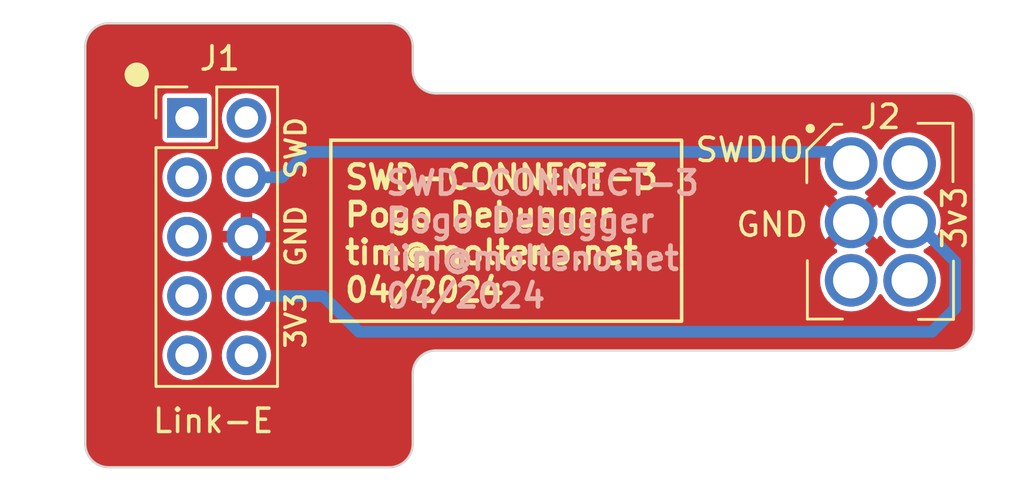
<source format=kicad_pcb>
(kicad_pcb (version 20241229) (generator "pcbnew") (generator_version "9.0")
  (layers (0 "F.Cu" signal) (2 "B.Cu" signal) (13 "F.Paste" user) (15 "B.Paste" user) (5 "F.SilkS" user "F.Silkscreen") (7 "B.SilkS" user "B.Silkscreen") (1 "F.Mask" user) (3 "B.Mask" user) (25 "Edge.Cuts" user))
  (net 0 "")
  (net 2 "GND")
  (net 7 "Net-(J1-3V3)")
  (net 9 "Net-(J1-SWDIO)")
  (footprint "swd-connect:swd-connect-3-programmer-tight" (layer "F.Cu") (at 188 60.5)
    (property "Reference" "J2" (at 0 -4.5 0) (layer "F.SilkS"))
    (property "Value" "swd-connect-3")
    (fp_line (start -3.145966 -3.057079) (end -3.145966 -1.677079) (stroke (width 0.12)) (layer "F.SilkS"))
    (fp_line (start -3.123197 4.157186) (end -3.123197 1.657186) (stroke (width 0.12)) (layer "F.SilkS"))
    (fp_line (start -2.025966 -4.177079) (end -3.145966 -3.057079) (stroke (width 0.12)) (layer "F.SilkS"))
    (fp_line (start -1.645966 -4.177079) (end -2.025966 -4.177079) (stroke (width 0.12)) (layer "F.SilkS"))
    (fp_line (start -1.623197 4.157186) (end -3.123197 4.157186) (stroke (width 0.12)) (layer "F.SilkS"))
    (fp_line (start 1.603953 -4.222654) (end 3.103953 -4.222654) (stroke (width 0.12)) (layer "F.SilkS"))
    (fp_line (start 1.626073 4.173553) (end 3.126073 4.173553) (stroke (width 0.12)) (layer "F.SilkS"))
    (fp_line (start 3.103953 -4.222654) (end 3.103953 -1.722654) (stroke (width 0.12)) (layer "F.SilkS"))
    (fp_line (start 3.126073 4.173553) (end 3.126073 1.673553) (stroke (width 0.12)) (layer "F.SilkS"))
    (fp_circle (center -3 -4) (end -3 -3.9) (stroke (width 0.2)) (fill no) (layer "F.SilkS"))
    (pad "" np_thru_hole circle (at -1.25 2.5) (size 2.25 2.25) (drill 1.55) (layers "*.Cu" "*.Mask"))
    (pad "" np_thru_hole circle (at 1.25 -2.5) (size 2.25 2.25) (drill 1.55) (layers "*.Cu" "*.Mask"))
    (pad "" np_thru_hole circle (at 1.25 2.5) (size 2.25 2.25) (drill 1.55) (layers "*.Cu" "*.Mask"))
    (pad "1" thru_hole circle (at -1.25 -2.5) (size 2.25 2.25) (drill 1.55) (layers "*.Cu" "*.Mask") (net 9 "Net-(J1-SWDIO)"))
    (pad "2" thru_hole circle (at -1.25 0) (size 2.25 2.25) (drill 1.55) (layers "*.Cu" "*.Mask") (net 2 "GND"))
    (pad "3" thru_hole circle (at 1.25 0) (size 2.25 2.25) (drill 1.55) (layers "*.Cu" "*.Mask") (net 7 "Net-(J1-3V3)"))
  )
  (footprint "Connector_PinHeader_2.54mm:PinHeader_2x05_P2.54mm_Vertical" (layer "F.Cu") (at 158.35 56.05)
    (property "Reference" "J1" (at 1.4 -2.55 0) (layer "F.SilkS"))
    (property "Value" "Link-E Receptacle")
    (fp_line (start -1.33 -1.33) (end 0 -1.33) (stroke (width 0.12)) (layer "F.SilkS"))
    (fp_line (start -1.33 0) (end -1.33 -1.33) (stroke (width 0.12)) (layer "F.SilkS"))
    (fp_line (start -1.33 1.27) (end -1.33 11.49) (stroke (width 0.12)) (layer "F.SilkS"))
    (fp_line (start -1.33 1.27) (end 1.27 1.27) (stroke (width 0.12)) (layer "F.SilkS"))
    (fp_line (start -1.33 11.49) (end 3.87 11.49) (stroke (width 0.12)) (layer "F.SilkS"))
    (fp_line (start 1.27 -1.33) (end 3.87 -1.33) (stroke (width 0.12)) (layer "F.SilkS"))
    (fp_line (start 1.27 1.27) (end 1.27 -1.33) (stroke (width 0.12)) (layer "F.SilkS"))
    (fp_line (start 3.87 -1.33) (end 3.87 11.49) (stroke (width 0.12)) (layer "F.SilkS"))
    (pad "1" thru_hole rect (at 0 0) (size 1.7 1.7) (drill 1) (layers "*.Cu" "*.Mask"))
    (pad "2" thru_hole oval (at 2.54 0) (size 1.7 1.7) (drill 1) (layers "*.Cu" "*.Mask"))
    (pad "3" thru_hole oval (at 0 2.54) (size 1.7 1.7) (drill 1) (layers "*.Cu" "*.Mask"))
    (pad "4" thru_hole oval (at 2.54 2.54) (size 1.7 1.7) (drill 1) (layers "*.Cu" "*.Mask") (net 9 "Net-(J1-SWDIO)"))
    (pad "5" thru_hole oval (at 0 5.08) (size 1.7 1.7) (drill 1) (layers "*.Cu" "*.Mask"))
    (pad "6" thru_hole oval (at 2.54 5.08) (size 1.7 1.7) (drill 1) (layers "*.Cu" "*.Mask") (net 2 "GND"))
    (pad "7" thru_hole oval (at 0 7.62) (size 1.7 1.7) (drill 1) (layers "*.Cu" "*.Mask"))
    (pad "8" thru_hole oval (at 2.54 7.62) (size 1.7 1.7) (drill 1) (layers "*.Cu" "*.Mask") (net 7 "Net-(J1-3V3)"))
    (pad "9" thru_hole oval (at 0 10.16) (size 1.7 1.7) (drill 1) (layers "*.Cu" "*.Mask"))
    (pad "10" thru_hole oval (at 2.54 10.16) (size 1.7 1.7) (drill 1) (layers "*.Cu" "*.Mask"))
  )
  (gr_rect (start 164.5 57) (end 179.5 64.75) (stroke (width 0.15)) (fill no) (layer "F.SilkS"))
  (gr_circle (center 156.2 54.2) (end 156.647214 54.2) (stroke (width 0.15)) (fill yes) (layer "F.SilkS"))
  (gr_arc (start 167 52) (mid 167.707107 52.292893) (end 168 53) (stroke (width 0.1)) (layer "Edge.Cuts"))
  (gr_arc (start 168 67) (mid 168.292893 66.292893) (end 169 66) (stroke (width 0.1)) (layer "Edge.Cuts"))
  (gr_line (start 169 66) (end 191 66) (stroke (width 0.1)) (layer "Edge.Cuts"))
  (gr_line (start 154 53) (end 154 70) (stroke (width 0.1)) (layer "Edge.Cuts"))
  (gr_arc (start 155 71) (mid 154.292893 70.707107) (end 154 70) (stroke (width 0.1)) (layer "Edge.Cuts"))
  (gr_line (start 168 70) (end 168 67) (stroke (width 0.1)) (layer "Edge.Cuts"))
  (gr_line (start 168 54) (end 168 53) (stroke (width 0.1)) (layer "Edge.Cuts"))
  (gr_arc (start 169 55) (mid 168.292893 54.707107) (end 168 54) (stroke (width 0.1)) (layer "Edge.Cuts"))
  (gr_arc (start 168 70) (mid 167.707107 70.707107) (end 167 71) (stroke (width 0.1)) (layer "Edge.Cuts"))
  (gr_arc (start 191 55) (mid 191.707107 55.292893) (end 192 56) (stroke (width 0.1)) (layer "Edge.Cuts"))
  (gr_line (start 155 71) (end 167 71) (stroke (width 0.1)) (layer "Edge.Cuts"))
  (gr_line (start 191 55) (end 169 55) (stroke (width 0.1)) (layer "Edge.Cuts"))
  (gr_line (start 167 52) (end 155 52) (stroke (width 0.1)) (layer "Edge.Cuts"))
  (gr_arc (start 154 53) (mid 154.292893 52.292893) (end 155 52) (stroke (width 0.1)) (layer "Edge.Cuts"))
  (gr_line (start 192 65) (end 192 56) (stroke (width 0.1)) (layer "Edge.Cuts"))
  (gr_arc (start 192 65) (mid 191.707107 65.707107) (end 191 66) (stroke (width 0.1)) (layer "Edge.Cuts"))
  (gr_text "SWDIO" (at 180 58 0) (layer "F.SilkS") (effects (font (size 1 1)) (justify left bottom)))
  (gr_text "3v3" (at 191.75 61.75 90) (layer "F.SilkS") (effects (font (size 1 1)) (justify left bottom)))
  (gr_text "SWD" (at 163.5 58.75 90) (layer "F.SilkS") (effects (font (size 0.85 0.85)) (justify left bottom)))
  (gr_text "3V3" (at 163.5 66 90) (layer "F.SilkS") (effects (font (size 0.85 0.85)) (justify left bottom)))
  (gr_text "GND" (at 181.75 61.2 0) (layer "F.SilkS") (effects (font (size 1 1)) (justify left bottom)))
  (gr_text "GND" (at 163.5 62.5 90) (layer "F.SilkS") (effects (font (size 0.85 0.85)) (justify left bottom)))
  (gr_text "Link-E" (at 156.8 69.6 0) (layer "F.SilkS") (effects (font (size 1 1)) (justify left bottom)))
  (gr_text "SWD-CONNECT-3\nPogo Debugger\ntim@molteno.net\n04/2024" (at 165 64 0) (layer "F.SilkS") (effects (font (size 1 1) (thickness 0.2)) (justify left bottom)))
  (gr_text "SWD-CONNECT-3\nPogo Debugger\ntim@molteno.net\n04/2024" (at 166.75 64.25 0) (layer "B.SilkS") (effects (font (size 1 1) (thickness 0.2)) (justify left bottom)))
  (segment (start 191.2 64.204164) (end 190.204164 65.2) (width 0.5) (layer "B.Cu") (net 7))
  (segment (start 164.17 63.67) (end 160.89 63.67) (width 0.5) (layer "B.Cu") (net 7))
  (segment (start 189.5 60.5) (end 191.2 62.2) (width 0.5) (layer "B.Cu") (net 7))
  (segment (start 190.204164 65.2) (end 165.7 65.2) (width 0.5) (layer "B.Cu") (net 7))
  (segment (start 165.7 65.2) (end 164.17 63.67) (width 0.5) (layer "B.Cu") (net 7))
  (segment (start 191.2 62.2) (end 191.2 64.204164) (width 0.5) (layer "B.Cu") (net 7))
  (segment (start 163.5 57.5) (end 162.41 58.59) (width 0.5) (layer "B.Cu") (net 9))
  (segment (start 162.41 58.59) (end 160.89 58.59) (width 0.5) (layer "B.Cu") (net 9))
  (segment (start 186.5 57.5) (end 163.5 57.5) (width 0.5) (layer "B.Cu") (net 9))
  (zone (net 2) (net_name "GND") (layer "F.Cu") (connect_pads (clearance 0.2)) (min_thickness 0.2) (fill yes (thermal_gap 0.2) (thermal_bridge_width 0.5))
    (polygon (pts (xy 153 51) (xy 193 51) (xy 193 72) (xy 153 72)))
  )
)
</source>
